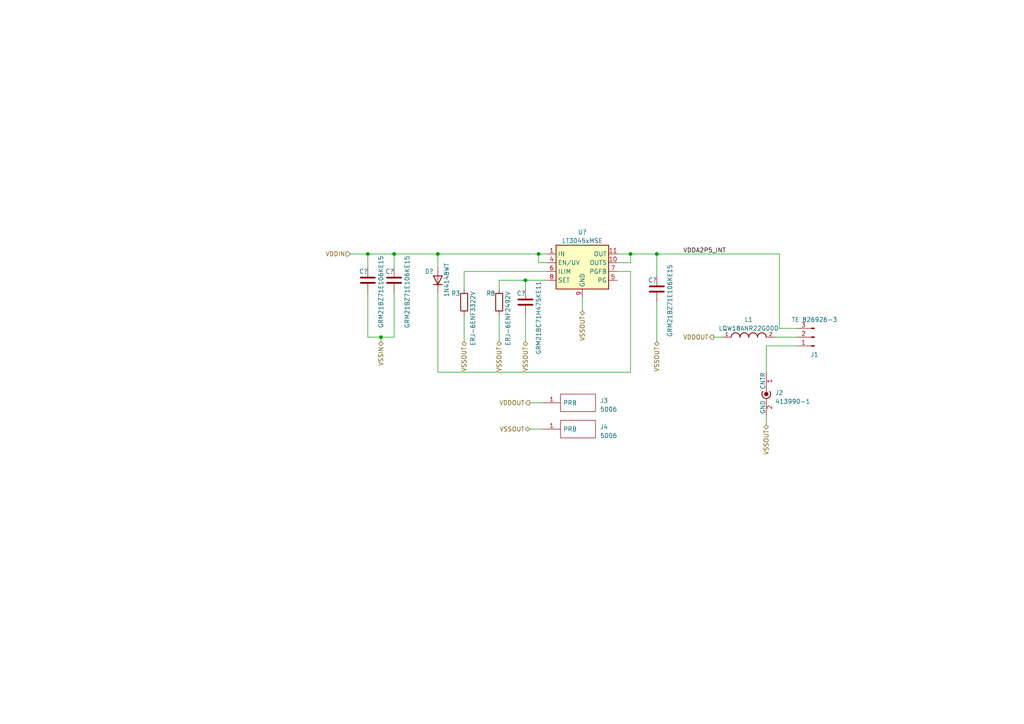
<source format=kicad_sch>
(kicad_sch (version 20230121) (generator eeschema)
  (paper "A4")
  (lib_symbols
    (symbol "Regulator_Linear:LT3045xMSE"
      (property "Reference" "U" (at -6.35 6.35 0))
      (property "Value" "LT3045xMSE" (at 1.27 6.35 0))
      (symbol "LT3045xMSE_0_1"
        (rectangle (start -7.62 5.08) (end 7.62 -7.62) (stroke (width 0.254)) (fill (type background)))
      )
      (symbol "LT3045xMSE_1_1"
        (pin power_in line (at -10.16 2.54 0) (length 2.54) (name "IN") (number "1"))
        (pin input line (at 10.16 0 180) (length 2.54) (name "OUTS") (number "10"))
        (pin power_out line (at 10.16 2.54 180) (length 2.54) (name "OUT") (number "11"))
        (pin passive line (at 10.16 2.54 180) (length 2.54) hide (name "OUT") (number "12"))
        (pin passive line (at 0 -10.16 90) (length 2.54) hide (name "GND") (number "13"))
        (pin passive line (at -10.16 2.54 0) (length 2.54) hide (name "IN") (number "2"))
        (pin passive line (at -10.16 2.54 0) (length 2.54) hide (name "IN") (number "3"))
        (pin input line (at -10.16 0 0) (length 2.54) (name "EN/UV") (number "4"))
        (pin open_collector line (at 10.16 -5.08 180) (length 2.54) (name "PG") (number "5"))
        (pin passive line (at -10.16 -2.54 0) (length 2.54) (name "ILIM") (number "6"))
        (pin input line (at 10.16 -2.54 180) (length 2.54) (name "PGFB") (number "7"))
        (pin passive line (at -10.16 -5.08 0) (length 2.54) (name "SET") (number "8"))
        (pin power_in line (at 0 -10.16 90) (length 2.54) (name "GND") (number "9"))
      )
    )
    (symbol "cyborg65r2_connectors:413990-1" (pin_names (offset 0))
      (property "Reference" "J" (at 2.54 -1.27 0))
      (property "Value" "413990-1" (at 2.54 -3.81 0))
      (symbol "413990-1_0_0"
        (pin passive line (at 0 0 270) (length 5.08) (name "CNTR") (number "1"))
        (pin passive line (at 0 -12.7 90) (length 5.08) (name "GND") (number "2"))
        (pin passive line (at 0 -12.7 90) (length 5.08) hide (name "GND") (number "3"))
        (pin passive line (at 0 -12.7 90) (length 5.08) hide (name "GND") (number "4"))
        (pin passive line (at 0 -12.7 90) (length 5.08) hide (name "GND") (number "5"))
      )
      (symbol "413990-1_0_1"
        (arc (start -1.2695 -6.3498) (mid 0.0005 -7.6143) (end 1.2705 -6.3498) (stroke (width 0.254)))
        (arc (start -1.0155 -5.5878) (mid -1.2043 -5.9482) (end -1.2695 -6.3498) (stroke (width 0.254)))
        (polyline (pts (xy 0.0005 -7.6198) (xy 0.0005 -8.1278)))
        (polyline (pts (xy 0.0005 -5.0798) (xy 0.0005 -6.3498)))
        (circle (center 0.0005 -6.3498) (radius 0.508) (stroke (width 0.2032)) (fill (type outline)))
        (arc (start 1.2705 -6.3498) (mid 1.2053 -5.9482) (end 1.0165 -5.5878) (stroke (width 0.254)))
      )
    )
    (symbol "cyborg65r2_connectors:5006" (pin_names (offset 0.762))
      (property "Reference" "J" (at 15.24 1.27 0))
      (property "Value" "5006" (at 15.24 -1.27 0))
      (symbol "5006_0_0"
        (pin passive line (at 0 0 0) (length 5.08) (name "PRB") (number "1"))
      )
      (symbol "5006_0_1"
        (polyline (pts (xy 5.08 2.54) (xy 15.24 2.54) (xy 15.24 -2.54) (xy 5.08 -2.54) (xy 5.08 2.54)) (stroke (width 0.1524)))
      )
    )
    (symbol "cyborg65r2_connectors:TE 826926-3" (pin_names (offset 1.016) hide)
      (property "Reference" "J" (at 0 5.08 0))
      (property "Value" "TE 826926-3" (at 0 -5.08 0))
      (symbol "TE 826926-3_1_1"
        (polyline (pts (xy 1.27 -2.54) (xy 0.8636 -2.54)) (stroke (width 0.1524)))
        (polyline (pts (xy 1.27 0) (xy 0.8636 0)) (stroke (width 0.1524)))
        (polyline (pts (xy 1.27 2.54) (xy 0.8636 2.54)) (stroke (width 0.1524)))
        (rectangle (start 0.8636 -2.413) (end 0 -2.667) (stroke (width 0.1524)) (fill (type outline)))
        (rectangle (start 0.8636 0.127) (end 0 -0.127) (stroke (width 0.1524)) (fill (type outline)))
        (rectangle (start 0.8636 2.667) (end 0 2.413) (stroke (width 0.1524)) (fill (type outline)))
        (pin passive line (at 5.08 2.54 180) (length 3.81) (name "Pin_1") (number "1"))
        (pin passive line (at 5.08 0 180) (length 3.81) (name "Pin_2") (number "2"))
        (pin passive line (at 5.08 -2.54 180) (length 3.81) (name "Pin_3") (number "3"))
      )
    )
    (symbol "cyborg65r2_pcb_passives:1N4148WT" (pin_numbers hide) (pin_names (offset 1.016) hide)
      (property "Reference" "D" (at 0 2.54 0))
      (property "Value" "1N4148WT" (at 0 -2.54 0))
      (symbol "1N4148WT_0_1"
        (polyline (pts (xy -1.27 1.27) (xy -1.27 -1.27)) (stroke (width 0.254)))
        (polyline (pts (xy 1.27 0) (xy -1.27 0)))
        (polyline (pts (xy 1.27 1.27) (xy 1.27 -1.27) (xy -1.27 0) (xy 1.27 1.27)) (stroke (width 0.254)))
      )
      (symbol "1N4148WT_1_1"
        (pin passive line (at -3.81 0 0) (length 2.54) (name "K") (number "1"))
        (pin passive line (at 3.81 0 180) (length 2.54) (name "A") (number "2"))
      )
    )
    (symbol "cyborg65r2_pcb_passives:ERJ-6ENF2492V" (pin_numbers hide) (pin_names (offset 0))
      (property "Reference" "R" (at 2.032 0 90))
      (property "Value" "ERJ-6ENF2492V" (at -2.54 0 90))
      (symbol "ERJ-6ENF2492V_0_1"
        (rectangle (start -1.016 -2.54) (end 1.016 2.54) (stroke (width 0.254)))
      )
      (symbol "ERJ-6ENF2492V_1_1"
        (pin passive line (at 0 3.81 270) (length 1.27) (name "~") (number "1"))
        (pin passive line (at 0 -3.81 90) (length 1.27) (name "~") (number "2"))
      )
    )
    (symbol "cyborg65r2_pcb_passives:ERJ-6ENF3322V" (pin_numbers hide) (pin_names (offset 0))
      (property "Reference" "R" (at 2.032 0 90))
      (property "Value" "ERJ-6ENF3322V" (at -2.54 0 90))
      (symbol "ERJ-6ENF3322V_0_1"
        (rectangle (start -1.016 -2.54) (end 1.016 2.54) (stroke (width 0.254)))
      )
      (symbol "ERJ-6ENF3322V_1_1"
        (pin passive line (at 0 3.81 270) (length 1.27) (name "~") (number "1"))
        (pin passive line (at 0 -3.81 90) (length 1.27) (name "~") (number "2"))
      )
    )
    (symbol "cyborg65r2_pcb_passives:GRM21BC71H475KE11" (pin_numbers hide) (pin_names (offset 0.254))
      (property "Reference" "C" (at 0.635 2.54 0))
      (property "Value" "GRM21BC71H475KE11" (at 0.635 -2.54 0))
      (symbol "GRM21BC71H475KE11_0_1"
        (polyline (pts (xy -2.032 -0.762) (xy 2.032 -0.762)) (stroke (width 0.508)))
        (polyline (pts (xy -2.032 0.762) (xy 2.032 0.762)) (stroke (width 0.508)))
      )
      (symbol "GRM21BC71H475KE11_1_1"
        (pin passive line (at 0 3.81 270) (length 2.794) (name "~") (number "1"))
        (pin passive line (at 0 -3.81 90) (length 2.794) (name "~") (number "2"))
      )
    )
    (symbol "cyborg65r2_pcb_passives:GRM21BZ71E106KE15" (pin_numbers hide) (pin_names (offset 0.254))
      (property "Reference" "C" (at 0.635 2.54 0))
      (property "Value" "GRM21BZ71E106KE15" (at 0.635 -2.54 0))
      (symbol "GRM21BZ71E106KE15_0_1"
        (polyline (pts (xy -2.032 -0.762) (xy 2.032 -0.762)) (stroke (width 0.508)))
        (polyline (pts (xy -2.032 0.762) (xy 2.032 0.762)) (stroke (width 0.508)))
      )
      (symbol "GRM21BZ71E106KE15_1_1"
        (pin passive line (at 0 3.81 270) (length 2.794) (name "~") (number "1"))
        (pin passive line (at 0 -3.81 90) (length 2.794) (name "~") (number "2"))
      )
    )
    (symbol "cyborg65r2_pcb_passives:LQW18ANR22G00D" (pin_names (offset 1.016))
      (property "Reference" "L" (at -7.62 5.08 0))
      (property "Value" "LQW18ANR22G00D" (at -7.62 2.54 0))
      (symbol "LQW18ANR22G00D_0_0"
        (arc (start -2.54 0) (mid -3.81 1.2645) (end -5.08 0) (stroke (width 0.254)))
        (arc (start 0 0) (mid -1.27 1.2645) (end -2.54 0) (stroke (width 0.254)))
        (arc (start 2.54 0) (mid 1.27 1.2645) (end 0 0) (stroke (width 0.254)))
        (arc (start 5.08 0) (mid 3.81 1.2645) (end 2.54 0) (stroke (width 0.254)))
        (pin passive line (at -7.62 0 0) (length 2.54) (name "~") (number "1"))
        (pin passive line (at 7.62 0 180) (length 2.54) (name "~") (number "2"))
      )
    )
  )
  (junction (at 182.88 73.66))
  (junction (at 110.49 97.79))
  (junction (at 156.21 73.66))
  (junction (at 106.68 73.66))
  (junction (at 152.4 81.28))
  (junction (at 114.3 73.66))
  (junction (at 127 73.66))
  (junction (at 190.5 73.66))
  (wire (pts (xy 127 85.09) (xy 127 107.95)))
  (wire (pts (xy 226.06 95.25) (xy 226.06 73.66)))
  (wire (pts (xy 110.49 97.79) (xy 114.3 97.79)))
  (wire (pts (xy 207.01 97.79) (xy 209.55 97.79)))
  (wire (pts (xy 152.4 83.82) (xy 152.4 81.28)))
  (wire (pts (xy 134.62 78.74) (xy 134.62 83.82)))
  (wire (pts (xy 224.79 97.79) (xy 231.14 97.79)))
  (wire (pts (xy 222.25 120.65) (xy 222.25 123.19)))
  (wire (pts (xy 190.5 73.66) (xy 226.06 73.66)))
  (wire (pts (xy 127 73.66) (xy 156.21 73.66)))
  (wire (pts (xy 144.78 81.28) (xy 144.78 83.82)))
  (wire (pts (xy 106.68 97.79) (xy 110.49 97.79)))
  (wire (pts (xy 134.62 91.44) (xy 134.62 99.06)))
  (wire (pts (xy 144.78 91.44) (xy 144.78 99.06)))
  (wire (pts (xy 114.3 77.47) (xy 114.3 73.66)))
  (wire (pts (xy 127 77.47) (xy 127 73.66)))
  (wire (pts (xy 156.21 73.66) (xy 158.75 73.66)))
  (wire (pts (xy 222.25 100.33) (xy 222.25 107.95)))
  (wire (pts (xy 106.68 85.09) (xy 106.68 97.79)))
  (wire (pts (xy 182.88 78.74) (xy 179.07 78.74)))
  (wire (pts (xy 182.88 73.66) (xy 190.5 73.66)))
  (wire (pts (xy 110.49 97.79) (xy 110.49 99.06)))
  (wire (pts (xy 158.75 78.74) (xy 134.62 78.74)))
  (wire (pts (xy 152.4 91.44) (xy 152.4 99.06)))
  (wire (pts (xy 182.88 76.2) (xy 182.88 73.66)))
  (wire (pts (xy 158.75 76.2) (xy 156.21 76.2)))
  (wire (pts (xy 106.68 77.47) (xy 106.68 73.66)))
  (wire (pts (xy 179.07 73.66) (xy 182.88 73.66)))
  (wire (pts (xy 106.68 73.66) (xy 114.3 73.66)))
  (wire (pts (xy 168.91 86.36) (xy 168.91 90.17)))
  (wire (pts (xy 231.14 100.33) (xy 222.25 100.33)))
  (wire (pts (xy 156.21 76.2) (xy 156.21 73.66)))
  (wire (pts (xy 231.14 95.25) (xy 226.06 95.25)))
  (wire (pts (xy 182.88 107.95) (xy 182.88 78.74)))
  (wire (pts (xy 152.4 81.28) (xy 158.75 81.28)))
  (wire (pts (xy 101.6 73.66) (xy 106.68 73.66)))
  (wire (pts (xy 190.5 87.63) (xy 190.5 99.06)))
  (wire (pts (xy 153.67 124.46) (xy 157.48 124.46)))
  (wire (pts (xy 114.3 73.66) (xy 127 73.66)))
  (wire (pts (xy 153.67 116.84) (xy 157.48 116.84)))
  (wire (pts (xy 114.3 85.09) (xy 114.3 97.79)))
  (wire (pts (xy 127 107.95) (xy 182.88 107.95)))
  (wire (pts (xy 190.5 73.66) (xy 190.5 80.01)))
  (wire (pts (xy 179.07 76.2) (xy 182.88 76.2)))
  (wire (pts (xy 152.4 81.28) (xy 144.78 81.28)))
  (label "VDDA2P5_INT" (at 198.12 73.66 0))
  (hierarchical_label "VSSOUT" (shape bidirectional) (at 152.4 99.06 270))
  (hierarchical_label "VSSOUT" (shape bidirectional) (at 168.91 90.17 270))
  (hierarchical_label "VSSOUT" (shape bidirectional) (at 222.25 123.19 270))
  (hierarchical_label "VSSOUT" (shape bidirectional) (at 153.67 124.46 180))
  (hierarchical_label "VSSOUT" (shape bidirectional) (at 134.62 99.06 270))
  (hierarchical_label "VSSOUT" (shape bidirectional) (at 190.5 99.06 270))
  (hierarchical_label "VSSOUT" (shape bidirectional) (at 144.78 99.06 270))
  (hierarchical_label "VDDIN" (shape input) (at 101.6 73.66 180))
  (hierarchical_label "VSSIN" (shape bidirectional) (at 110.49 99.06 270))
  (hierarchical_label "VDDOUT" (shape output) (at 207.01 97.79 180))
  (hierarchical_label "VDDOUT" (shape output) (at 153.67 116.84 180))
  (symbol (lib_id "cyborg65r2_pcb_passives:GRM21BC71H475KE11") (at 152.4 87.63 0) (unit 1)
    (property "Reference" "C?" (at 149.86 85.09 0) (effects (justify left)))
    (property "Value" "GRM21BC71H475KE11" (at 156.21 102.87 90) (effects (justify left)))
    (property "Footprint" "Capacitor_SMD:C_0805_2012Metric" (effects hide))
    (property "Datasheet" "https://www.murata.com/en-eu/products/productdetail?partno=GRM21BC71H475KE11%23" (effects hide))
    (instances (project "cyborg65r2_pcb" (path "" (reference "C?") (unit 1)) (path "" (reference "C3") (unit 1)) (path "" (reference "C7") (unit 1)) (path "" (reference "C11") (unit 1)) (path "" (reference "C23") (unit 1)) (path "" (reference "C19") (unit 1)) (path "" (reference "C44") (unit 1)) (path "" (reference "C44") (unit 1))))
  )
  (symbol (lib_id "cyborg65r2_pcb_passives:ERJ-6ENF3322V") (at 134.62 87.63 0) (unit 1)
    (property "Reference" "R3" (at 130.81 85.09 0) (effects (justify left)))
    (property "Value" "ERJ-6ENF3322V" (at 137.16 100.33 90) (effects (justify left)))
    (property "Footprint" "Resistor_SMD:R_0805_2012Metric" (effects hide))
    (property "Datasheet" "https://industrial.panasonic.com/cdbs/www-data/pdf/RDA0000/AOA0000C304.pdf" (effects hide))
    (instances (project "cyborg65r2_pcb" (path "" (reference "R3") (unit 1)) (path "" (reference "R5") (unit 1)) (path "" (reference "R7") (unit 1)) (path "" (reference "R9") (unit 1)) (path "" (reference "R14") (unit 1)) (path "" (reference "R16") (unit 1))))
  )
  (symbol (lib_id "cyborg65r2_pcb_passives:GRM21BZ71E106KE15") (at 190.5 83.82 0) (unit 1)
    (property "Reference" "C?" (at 187.96 81.28 0) (effects (justify left)))
    (property "Value" "GRM21BZ71E106KE15" (at 194.31 97.79 90) (effects (justify left)))
    (property "Footprint" "Capacitor_SMD:C_0805_2012Metric" (effects hide))
    (property "Datasheet" "https://www.murata.com/products/productdetail?partno=GRM21BZ71E106KE15%23" (effects hide))
    (instances (project "cyborg65r2_pcb" (path "" (reference "C?") (unit 1)) (path "" (reference "C4") (unit 1)) (path "" (reference "C8") (unit 1)) (path "" (reference "C12") (unit 1)) (path "" (reference "C24") (unit 1)) (path "" (reference "C20") (unit 1)) (path "" (reference "C45") (unit 1)) (path "" (reference "C45") (unit 1))))
  )
  (symbol (lib_id "cyborg65r2_pcb_passives:GRM21BZ71E106KE15") (at 114.3 81.28 0) (unit 1)
    (property "Reference" "C?" (at 111.76 78.74 0) (effects (justify left)))
    (property "Value" "GRM21BZ71E106KE15" (at 118.11 95.25 90) (effects (justify left)))
    (property "Footprint" "Capacitor_SMD:C_0805_2012Metric" (effects hide))
    (property "Datasheet" "https://www.murata.com/products/productdetail?partno=GRM21BZ71E106KE15%23" (effects hide))
    (instances (project "cyborg65r2_pcb" (path "" (reference "C?") (unit 1)) (path "" (reference "C2") (unit 1)) (path "" (reference "C6") (unit 1)) (path "" (reference "C10") (unit 1)) (path "" (reference "C22") (unit 1)) (path "" (reference "C18") (unit 1)) (path "" (reference "C43") (unit 1)) (path "" (reference "C43") (unit 1))))
  )
  (symbol (lib_id "cyborg65r2_pcb_passives:GRM21BZ71E106KE15") (at 106.68 81.28 0) (unit 1)
    (property "Reference" "C?" (at 104.14 78.74 0) (effects (justify left)))
    (property "Value" "GRM21BZ71E106KE15" (at 110.49 95.25 90) (effects (justify left)))
    (property "Footprint" "Capacitor_SMD:C_0805_2012Metric" (effects hide))
    (property "Datasheet" "https://www.murata.com/products/productdetail?partno=GRM21BZ71E106KE15%23" (effects hide))
    (instances (project "cyborg65r2_pcb" (path "" (reference "C?") (unit 1)) (path "" (reference "C1") (unit 1)) (path "" (reference "C5") (unit 1)) (path "" (reference "C9") (unit 1)) (path "" (reference "C21") (unit 1)) (path "" (reference "C17") (unit 1)) (path "" (reference "C42") (unit 1)) (path "" (reference "C42") (unit 1))))
  )
  (symbol (lib_id "cyborg65r2_connectors:5006") (at 157.48 124.46 0) (unit 1)
    (property "Reference" "J4" (at 173.99 123.825 0) (effects (justify left)))
    (property "Value" "5006" (at 173.99 126.365 0) (effects (justify left)))
    (property "Footprint" "cyborg65r2_connectors:5006" (effects hide))
    (property "Datasheet" "http://www.keyelco.com/product-pdf.cfm?p=1315" (effects hide))
    (property "Description" "Test Point, PC, Snap in Mounting,  Compact, Black Base" (effects hide))
    (property "Manufacturer_Name" "Keystone Electronics" (effects hide))
    (property "Manufacturer_Part_Number" "5006" (effects hide))
    (property "Mouser Part Number" "534-5006" (effects hide))
    (property "Mouser Price/Stock" "https://www.mouser.co.uk/ProductDetail/Keystone-Electronics/5006?qs=q0tsjPZWdm99DN5QVOwb8g%3D%3D" (effects hide))
    (property "Arrow Part Number" "5006" (effects hide))
    (property "Arrow Price/Stock" "https://www.arrow.com/en/products/5006/keystone-electronics?region=europe" (effects hide))
    (instances (project "cyborg65r2_pcb" (path "" (reference "J4") (unit 1)) (path "" (reference "J6") (unit 1)) (path "" (reference "J10") (unit 1)) (path "" (reference "J14") (unit 1)) (path "" (reference "J18") (unit 1)) (path "" (reference "J41") (unit 1)) (path "" (reference "J44") (unit 1))))
  )
  (symbol (lib_id "cyborg65r2_pcb_passives:LQW18ANR22G00D") (at 217.17 97.79 0) (unit 1)
    (property "Reference" "L1" (at 217.17 92.71 0))
    (property "Value" "LQW18ANR22G00D" (at 217.17 95.25 0))
    (property "Footprint" "cyborg65r2_passives:INDC1608X100N" (effects hide))
    (property "Datasheet" "https://www.murata.com/en-global/products/productdetail?partno=LQW18ANR22G00%23" (effects hide))
    (instances (project "cyborg65r2_pcb" (path "" (reference "L1") (unit 1)) (path "" (reference "L2") (unit 1)) (path "" (reference "L6") (unit 1)) (path "" (reference "L6") (unit 1))))
  )
  (symbol (lib_id "cyborg65r2_connectors:5006") (at 157.48 116.84 0) (unit 1)
    (property "Reference" "J3" (at 173.99 116.205 0) (effects (justify left)))
    (property "Value" "5006" (at 173.99 118.745 0) (effects (justify left)))
    (property "Footprint" "cyborg65r2_connectors:5006" (effects hide))
    (property "Datasheet" "http://www.keyelco.com/product-pdf.cfm?p=1315" (effects hide))
    (property "Description" "Test Point, PC, Snap in Mounting,  Compact, Black Base" (effects hide))
    (property "Manufacturer_Name" "Keystone Electronics" (effects hide))
    (property "Manufacturer_Part_Number" "5006" (effects hide))
    (property "Mouser Part Number" "534-5006" (effects hide))
    (property "Mouser Price/Stock" "https://www.mouser.co.uk/ProductDetail/Keystone-Electronics/5006?qs=q0tsjPZWdm99DN5QVOwb8g%3D%3D" (effects hide))
    (property "Arrow Part Number" "5006" (effects hide))
    (property "Arrow Price/Stock" "https://www.arrow.com/en/products/5006/keystone-electronics?region=europe" (effects hide))
    (instances (project "cyborg65r2_pcb" (path "" (reference "J3") (unit 1)) (path "" (reference "J5") (unit 1)) (path "" (reference "J9") (unit 1)) (path "" (reference "J13") (unit 1)) (path "" (reference "J17") (unit 1)) (path "" (reference "J38") (unit 1)) (path "" (reference "J43") (unit 1))))
  )
  (symbol (lib_id "cyborg65r2_pcb_passives:ERJ-6ENF2492V") (at 144.78 87.63 0) (unit 1)
    (property "Reference" "R8" (at 140.97 85.09 0) (effects (justify left)))
    (property "Value" "ERJ-6ENF2492V" (at 147.32 100.33 90) (effects (justify left)))
    (property "Footprint" "Resistor_SMD:R_0805_2012Metric" (effects hide))
    (property "Datasheet" "https://industrial.panasonic.com/cdbs/www-data/pdf/RDA0000/AOA0000C304.pdf" (effects hide))
    (instances (project "cyborg65r2_pcb" (path "" (reference "R8") (unit 1)) (path "" (reference "R10") (unit 1)) (path "" (reference "R15") (unit 1)) (path "" (reference "R17") (unit 1))))
  )
  (symbol (lib_id "cyborg65r2_pcb_passives:1N4148WT") (at 127 81.28 90) (unit 1)
    (property "Reference" "D?" (at 123.19 78.74 90) (effects (justify right)))
    (property "Value" "1N4148WT" (at 129.54 76.2 0) (effects (justify right)))
    (property "Footprint" "Diode_SMD:D_SOD-523" (effects hide))
    (property "Datasheet" "https://www.onsemi.com/products/discrete-power-modules/small-signal-switching-diodes/1n4148wt" (effects hide))
    (property "Sim.Device" "D" (effects hide))
    (property "Sim.Pins" "1=K 2=A" (effects hide))
    (instances (project "cyborg65r2_pcb" (path "" (reference "D?") (unit 1)) (path "" (reference "D1") (unit 1)) (path "" (reference "D2") (unit 1)) (path "" (reference "D3") (unit 1)) (path "" (reference "D4") (unit 1)) (path "" (reference "D5") (unit 1)) (path "" (reference "D9") (unit 1)) (path "" (reference "D9") (unit 1))))
  )
  (symbol (lib_id "Regulator_Linear:LT3045xMSE") (at 168.91 76.2 0) (unit 1)
    (property "Reference" "U?" (at 168.91 67.31 0))
    (property "Value" "LT3045xMSE" (at 168.91 69.85 0))
    (property "Footprint" "Package_SO:MSOP-12-1EP_3x4mm_P0.65mm_EP1.65x2.85mm" (effects hide))
    (property "Datasheet" "https://www.analog.com/media/en/technical-documentation/data-sheets/3045fa.pdf" (effects hide))
    (instances (project "cyborg65r2_pcb" (path "" (reference "U?") (unit 1)) (path "" (reference "U1") (unit 1)) (path "" (reference "U2") (unit 1)) (path "" (reference "U3") (unit 1)) (path "" (reference "U5") (unit 1)) (path "" (reference "U5") (unit 1)) (path "" (reference "U9") (unit 1)) (path "" (reference "U10") (unit 1))))
  )
  (symbol (lib_id "cyborg65r2_connectors:413990-1") (at 222.25 107.95 0) (unit 1)
    (property "Reference" "J2" (at 224.79 113.9188 0) (effects (justify left)))
    (property "Value" "413990-1" (at 224.79 116.4588 0) (effects (justify left)))
    (property "Footprint" "cyborg65r2_connectors:413990-1" (effects hide))
    (property "Datasheet" "https://componentsearchengine.com/Datasheets/2/413990-1.pdf" (effects hide))
    (property "Description" "SMB Connector Receptacle, Male Pin 50Ohm Through Hole Solder" (effects hide))
    (property "Height" "7.62" (effects hide))
    (property "Manufacturer_Name" "TE Connectivity" (effects hide))
    (property "Manufacturer_Part_Number" "413990-1" (effects hide))
    (property "Mouser Part Number" "571-4139901" (effects hide))
    (property "Mouser Price/Stock" "https://www.mouser.co.uk/ProductDetail/TE-Connectivity/413990-1?qs=7QuPeZUaY4GhWa7hqv5PMQ%3D%3D" (effects hide))
    (property "Arrow Part Number" "413990-1" (effects hide))
    (property "Arrow Price/Stock" "https://www.arrow.com/en/products/413990-1/te-connectivity?region=nac" (effects hide))
    (instances (project "cyborg65r2_pcb" (path "" (reference "J2") (unit 1)) (path "" (reference "J7") (unit 1)) (path "" (reference "J11") (unit 1)) (path "" (reference "J15") (unit 1)) (path "" (reference "J19") (unit 1)) (path "" (reference "J42") (unit 1)) (path "" (reference "J45") (unit 1))))
  )
  (symbol (lib_id "cyborg65r2_connectors:TE 826926-3") (at 236.22 97.79 180) (unit 1)
    (property "Reference" "J1" (at 236.22 102.87 0))
    (property "Value" "TE 826926-3" (at 236.22 92.71 0))
    (property "Footprint" "Connector_PinHeader_2.54mm:PinHeader_1x03_P2.54mm_Vertical" (effects hide))
    (property "Datasheet" "https://www.te.com/usa-en/product-826926-3.html" (effects hide))
    (instances (project "cyborg65r2_pcb" (path "" (reference "J1") (unit 1)) (path "" (reference "J8") (unit 1)) (path "" (reference "J12") (unit 1)) (path "" (reference "J16") (unit 1)) (path "" (reference "J20") (unit 1)) (path "" (reference "J43") (unit 1)) (path "" (reference "J46") (unit 1))))
  )
)
</source>
